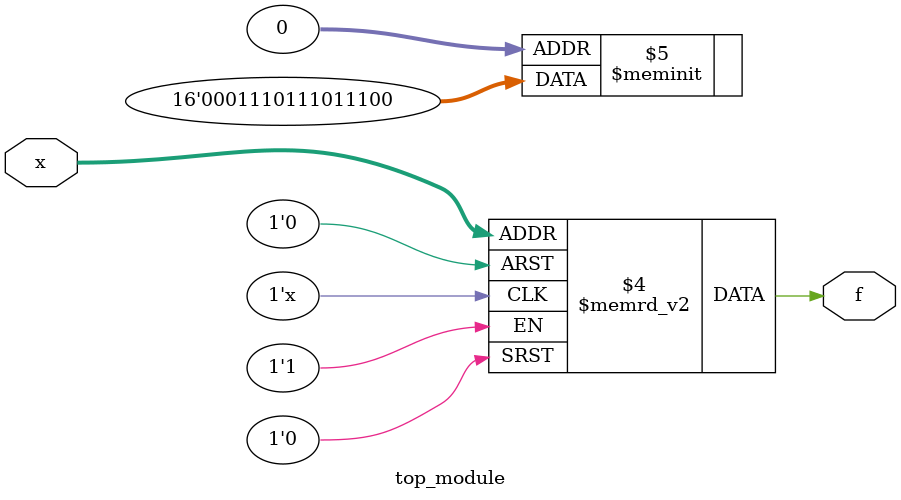
<source format=sv>
module top_module (
    input [4:1] x,
    output logic f
);

always_comb begin
    case (x)
        4'b0000: f = 1'b0; // Treat 0000 as don't-care
        4'b0001: f = 1'b0;
        4'b0010: f = 1'b1; // Treat 0010 as don't-care
        4'b0011: f = 1'b1;
        4'b0100: f = 1'b1; // Treat 0100 as don't-care
        4'b0101: f = 1'b0;
        4'b0110: f = 1'b1; // Treat 0110 as don't-care
        4'b0111: f = 1'b1;
        4'b1000: f = 1'b1; // Treat 1000 as don't-care
        4'b1001: f = 1'b0;
        4'b1010: f = 1'b1; // Treat 1010 as don't-care
        4'b1011: f = 1'b1;
        4'b1100: f = 1'b1; // Treat 1100 as don't-care
        4'b1101: f = 1'b0;
        4'b1110: f = 1'b0; // Treat 1110 as don't-care
        4'b1111: f = 1'b0;
    endcase
end

endmodule

</source>
